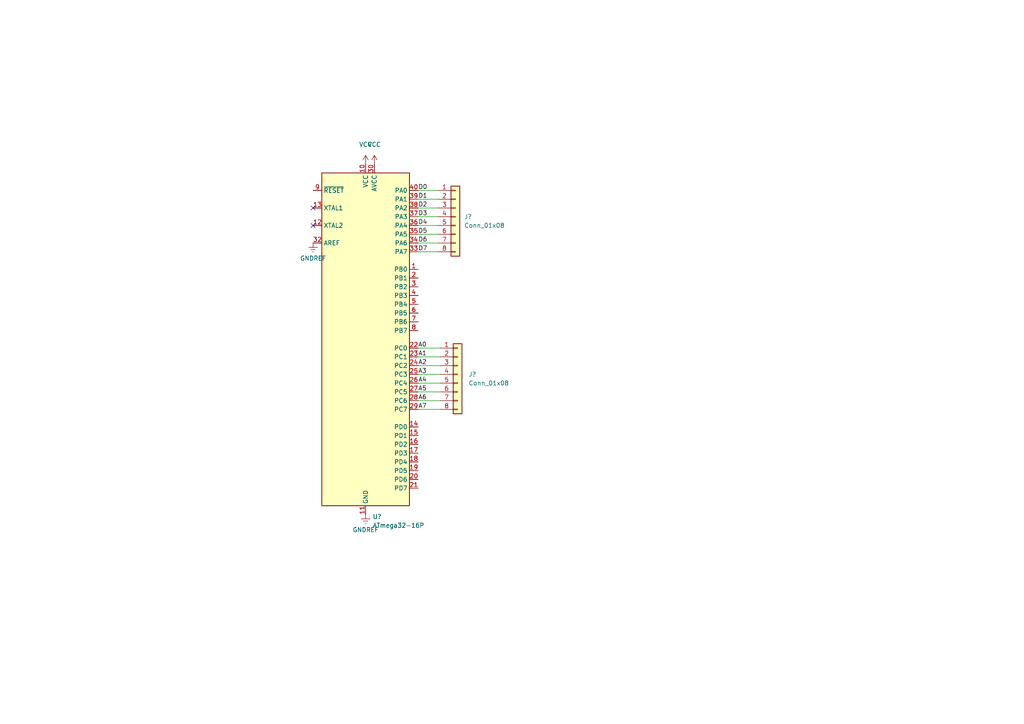
<source format=kicad_sch>
(kicad_sch (version 20211123) (generator eeschema)
  (paper "A4")
  (lib_symbols
    (symbol "Connector_Generic:Conn_01x08" (pin_names (offset 1.016) hide)
      (property "Reference" "J" (at 0 10.16 0))
      (property "Value" "Conn_01x08" (at 0 -12.7 0))
      (symbol "Conn_01x08_1_1"
        (rectangle (start -1.27 -10.033) (end 0 -10.287) (stroke (width 0.1524)))
        (rectangle (start -1.27 -7.493) (end 0 -7.747) (stroke (width 0.1524)))
        (rectangle (start -1.27 -4.953) (end 0 -5.207) (stroke (width 0.1524)))
        (rectangle (start -1.27 -2.413) (end 0 -2.667) (stroke (width 0.1524)))
        (rectangle (start -1.27 0.127) (end 0 -0.127) (stroke (width 0.1524)))
        (rectangle (start -1.27 2.667) (end 0 2.413) (stroke (width 0.1524)))
        (rectangle (start -1.27 5.207) (end 0 4.953) (stroke (width 0.1524)))
        (rectangle (start -1.27 7.747) (end 0 7.493) (stroke (width 0.1524)))
        (rectangle (start -1.27 8.89) (end 1.27 -11.43) (stroke (width 0.254)) (fill (type background)))
        (pin passive line (at -5.08 7.62 0) (length 3.81) (name "Pin_1") (number "1"))
        (pin passive line (at -5.08 5.08 0) (length 3.81) (name "Pin_2") (number "2"))
        (pin passive line (at -5.08 2.54 0) (length 3.81) (name "Pin_3") (number "3"))
        (pin passive line (at -5.08 0 0) (length 3.81) (name "Pin_4") (number "4"))
        (pin passive line (at -5.08 -2.54 0) (length 3.81) (name "Pin_5") (number "5"))
        (pin passive line (at -5.08 -5.08 0) (length 3.81) (name "Pin_6") (number "6"))
        (pin passive line (at -5.08 -7.62 0) (length 3.81) (name "Pin_7") (number "7"))
        (pin passive line (at -5.08 -10.16 0) (length 3.81) (name "Pin_8") (number "8"))
      )
    )
    (symbol "MCU_Microchip_ATmega:ATmega32-16P"
      (property "Reference" "U" (at -12.7 49.53 0))
      (property "Value" "ATmega32-16P" (at 2.54 -49.53 0))
      (symbol "ATmega32-16P_0_1"
        (rectangle (start -12.7 -48.26) (end 12.7 48.26) (stroke (width 0.254)) (fill (type background)))
      )
      (symbol "ATmega32-16P_1_1"
        (pin bidirectional line (at 15.24 20.32 180) (length 2.54) (name "PB0") (number "1"))
        (pin power_in line (at 0 50.8 270) (length 2.54) (name "VCC") (number "10"))
        (pin power_in line (at 0 -50.8 90) (length 2.54) (name "GND") (number "11"))
        (pin output line (at -15.24 33.02 0) (length 2.54) (name "XTAL2") (number "12"))
        (pin input line (at -15.24 38.1 0) (length 2.54) (name "XTAL1") (number "13"))
        (pin bidirectional line (at 15.24 -25.4 180) (length 2.54) (name "PD0") (number "14"))
        (pin bidirectional line (at 15.24 -27.94 180) (length 2.54) (name "PD1") (number "15"))
        (pin bidirectional line (at 15.24 -30.48 180) (length 2.54) (name "PD2") (number "16"))
        (pin bidirectional line (at 15.24 -33.02 180) (length 2.54) (name "PD3") (number "17"))
        (pin bidirectional line (at 15.24 -35.56 180) (length 2.54) (name "PD4") (number "18"))
        (pin bidirectional line (at 15.24 -38.1 180) (length 2.54) (name "PD5") (number "19"))
        (pin bidirectional line (at 15.24 17.78 180) (length 2.54) (name "PB1") (number "2"))
        (pin bidirectional line (at 15.24 -40.64 180) (length 2.54) (name "PD6") (number "20"))
        (pin bidirectional line (at 15.24 -43.18 180) (length 2.54) (name "PD7") (number "21"))
        (pin bidirectional line (at 15.24 -2.54 180) (length 2.54) (name "PC0") (number "22"))
        (pin bidirectional line (at 15.24 -5.08 180) (length 2.54) (name "PC1") (number "23"))
        (pin bidirectional line (at 15.24 -7.62 180) (length 2.54) (name "PC2") (number "24"))
        (pin bidirectional line (at 15.24 -10.16 180) (length 2.54) (name "PC3") (number "25"))
        (pin bidirectional line (at 15.24 -12.7 180) (length 2.54) (name "PC4") (number "26"))
        (pin bidirectional line (at 15.24 -15.24 180) (length 2.54) (name "PC5") (number "27"))
        (pin bidirectional line (at 15.24 -17.78 180) (length 2.54) (name "PC6") (number "28"))
        (pin bidirectional line (at 15.24 -20.32 180) (length 2.54) (name "PC7") (number "29"))
        (pin bidirectional line (at 15.24 15.24 180) (length 2.54) (name "PB2") (number "3"))
        (pin power_in line (at 2.54 50.8 270) (length 2.54) (name "AVCC") (number "30"))
        (pin passive line (at 0 -50.8 90) (length 2.54) hide (name "GND") (number "31"))
        (pin passive line (at -15.24 27.94 0) (length 2.54) (name "AREF") (number "32"))
        (pin bidirectional line (at 15.24 25.4 180) (length 2.54) (name "PA7") (number "33"))
        (pin bidirectional line (at 15.24 27.94 180) (length 2.54) (name "PA6") (number "34"))
        (pin bidirectional line (at 15.24 30.48 180) (length 2.54) (name "PA5") (number "35"))
        (pin bidirectional line (at 15.24 33.02 180) (length 2.54) (name "PA4") (number "36"))
        (pin bidirectional line (at 15.24 35.56 180) (length 2.54) (name "PA3") (number "37"))
        (pin bidirectional line (at 15.24 38.1 180) (length 2.54) (name "PA2") (number "38"))
        (pin bidirectional line (at 15.24 40.64 180) (length 2.54) (name "PA1") (number "39"))
        (pin bidirectional line (at 15.24 12.7 180) (length 2.54) (name "PB3") (number "4"))
        (pin bidirectional line (at 15.24 43.18 180) (length 2.54) (name "PA0") (number "40"))
        (pin bidirectional line (at 15.24 10.16 180) (length 2.54) (name "PB4") (number "5"))
        (pin bidirectional line (at 15.24 7.62 180) (length 2.54) (name "PB5") (number "6"))
        (pin bidirectional line (at 15.24 5.08 180) (length 2.54) (name "PB6") (number "7"))
        (pin bidirectional line (at 15.24 2.54 180) (length 2.54) (name "PB7") (number "8"))
        (pin input line (at -15.24 43.18 0) (length 2.54) (name "~{RESET}") (number "9"))
      )
    )
    (symbol "power:GNDREF" (power) (pin_names (offset 0))
      (property "Value" "GNDREF" (at 0 -3.81 0))
      (symbol "GNDREF_0_1"
        (polyline (pts (xy -0.635 -1.905) (xy 0.635 -1.905)))
        (polyline (pts (xy -0.127 -2.54) (xy 0.127 -2.54)))
        (polyline (pts (xy 0 -1.27) (xy 0 0)))
        (polyline (pts (xy 1.27 -1.27) (xy -1.27 -1.27)))
      )
      (symbol "GNDREF_1_1"
        (pin power_in line (at 0 0 270) (length 0) hide (name "GNDREF") (number "1"))
      )
    )
    (symbol "power:VCC" (power) (pin_names (offset 0))
      (property "Value" "VCC" (at 0 3.81 0))
      (symbol "VCC_0_1"
        (polyline (pts (xy -0.762 1.27) (xy 0 2.54)))
        (polyline (pts (xy 0 0) (xy 0 2.54)))
        (polyline (pts (xy 0 2.54) (xy 0.762 1.27)))
      )
      (symbol "VCC_1_1"
        (pin power_in line (at 0 0 90) (length 0) hide (name "VCC") (number "1"))
      )
    )
  )
  (no_connect (at 90.805 60.325))
  (no_connect (at 90.805 65.405))
  (wire (pts (xy 121.285 118.745) (xy 127.635 118.745)))
  (wire (pts (xy 121.285 113.665) (xy 127.635 113.665)))
  (wire (pts (xy 121.285 62.865) (xy 127 62.865)))
  (wire (pts (xy 121.285 67.945) (xy 127 67.945)))
  (wire (pts (xy 121.285 103.505) (xy 127.635 103.505)))
  (wire (pts (xy 121.285 106.045) (xy 127.635 106.045)))
  (wire (pts (xy 121.285 70.485) (xy 127 70.485)))
  (wire (pts (xy 121.285 55.245) (xy 127 55.245)))
  (wire (pts (xy 121.285 116.205) (xy 127.635 116.205)))
  (wire (pts (xy 121.285 65.405) (xy 127 65.405)))
  (wire (pts (xy 121.285 111.125) (xy 127.635 111.125)))
  (wire (pts (xy 121.285 108.585) (xy 127.635 108.585)))
  (wire (pts (xy 121.285 100.965) (xy 127.635 100.965)))
  (wire (pts (xy 121.285 57.785) (xy 127 57.785)))
  (wire (pts (xy 121.285 60.325) (xy 127 60.325)))
  (wire (pts (xy 121.285 73.025) (xy 127 73.025)))
  (label "D7" (at 121.285 73.025 0))
  (label "A2" (at 121.285 106.045 0))
  (label "A5" (at 121.285 113.665 0))
  (label "D1" (at 121.285 57.785 0))
  (label "A3" (at 121.285 108.585 0))
  (label "D4" (at 121.285 65.405 0))
  (label "A6" (at 121.285 116.205 0))
  (label "A7" (at 121.285 118.745 0))
  (label "D5" (at 121.285 67.945 0))
  (label "D0" (at 121.285 55.245 0))
  (label "A0" (at 121.285 100.965 0))
  (label "D6" (at 121.285 70.485 0))
  (label "A1" (at 121.285 103.505 0))
  (label "D3" (at 121.285 62.865 0))
  (label "D2" (at 121.285 60.325 0))
  (label "A4" (at 121.285 111.125 0))
  (symbol (lib_id "power:VCC") (at 108.585 47.625 0) (unit 1)
    (property "Reference" "#PWR?" (effects hide))
    (property "Value" "VCC" (at 108.585 41.91 0))
  )
  (symbol (lib_id "power:GNDREF") (at 90.805 70.485 0) (unit 1)
    (property "Reference" "#PWR?" (effects hide))
    (property "Value" "GNDREF" (at 90.805 74.93 0))
  )
  (symbol (lib_id "Connector_Generic:Conn_01x08") (at 132.715 108.585 0) (unit 1)
    (property "Reference" "J?" (at 135.89 108.5849 0) (effects (justify left)))
    (property "Value" "Conn_01x08" (at 135.89 111.1249 0) (effects (justify left)))
  )
  (symbol (lib_id "MCU_Microchip_ATmega:ATmega32-16P") (at 106.045 98.425 0) (unit 1)
    (property "Reference" "U?" (at 108.0644 149.86 0) (effects (justify left)))
    (property "Value" "ATmega32-16P" (at 108.0644 152.4 0) (effects (justify left)))
    (property "Footprint" "Package_DIP:DIP-40_W15.24mm" (effects hide))
    (property "Datasheet" "http://ww1.microchip.com/downloads/en/DeviceDoc/doc2503.pdf" (effects hide))
  )
  (symbol (lib_id "Connector_Generic:Conn_01x08") (at 132.08 62.865 0) (unit 1)
    (property "Reference" "J?" (at 134.62 62.8649 0) (effects (justify left)))
    (property "Value" "Conn_01x08" (at 134.62 65.4049 0) (effects (justify left)))
  )
  (symbol (lib_id "power:GNDREF") (at 106.045 149.225 0) (unit 1)
    (property "Reference" "#PWR?" (effects hide))
    (property "Value" "GNDREF" (at 106.045 153.67 0))
  )
  (symbol (lib_id "power:VCC") (at 106.045 47.625 0) (unit 1)
    (property "Reference" "#PWR?" (effects hide))
    (property "Value" "VCC" (at 106.045 41.91 0))
  )
)
</source>
